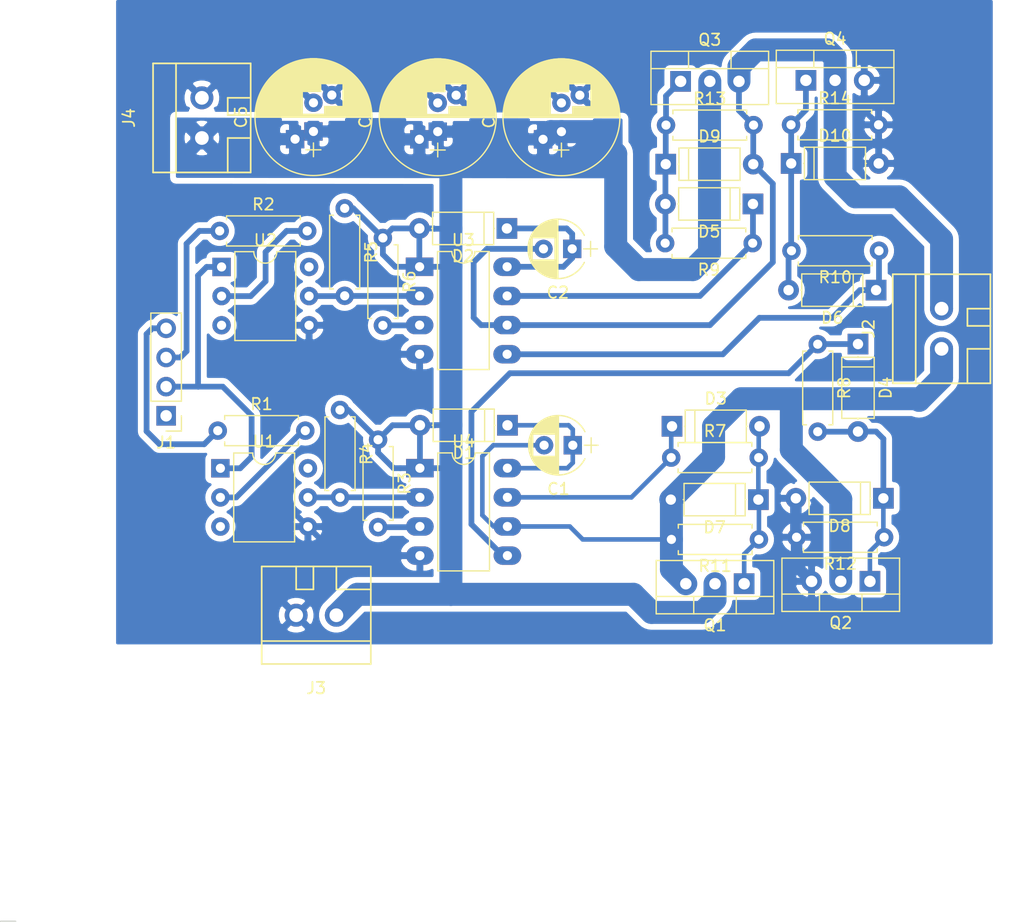
<source format=kicad_pcb>
(kicad_pcb (version 4) (host pcbnew 4.0.7)
  (layers (0 F.Cu signal) (31 B.Cu signal) (34 B.Paste user) (35 F.Paste user) (36 B.SilkS user) (37 F.SilkS user) (38 B.Mask user) (39 F.Mask user) (44 Edge.Cuts user))
  (net 0 "")
  (net 1 "Net-(C1-Pad1)")
  (net 2 "Net-(C1-Pad2)")
  (net 3 "Net-(C2-Pad1)")
  (net 4 "Net-(C2-Pad2)")
  (net 5 VCC)
  (net 6 GND)
  (net 7 GNDD)
  (net 8 "Net-(R1-Pad2)")
  (net 9 "Net-(R2-Pad2)")
  (net 10 "Net-(R3-Pad2)")
  (net 11 /IN1_H)
  (net 12 "Net-(U1-Pad3)")
  (net 13 "Net-(U1-Pad6)")
  (net 14 "Net-(U2-Pad3)")
  (net 15 "Net-(U2-Pad6)")
  (net 16 "Net-(D3-Pad1)")
  (net 17 "Net-(D3-Pad2)")
  (net 18 "Net-(D4-Pad1)")
  (net 19 "Net-(D4-Pad2)")
  (net 20 "Net-(D5-Pad1)")
  (net 21 "Net-(D5-Pad2)")
  (net 22 "Net-(D6-Pad1)")
  (net 23 +5V)
  (net 24 "Net-(J1-Pad3)")
  (net 25 "Net-(J1-Pad4)")
  (net 26 "Net-(R5-Pad2)")
  (net 27 "Net-(R6-Pad2)")
  (net 28 "Net-(D10-Pad1)")
  (module Capacitors_THT:CP_Radial_D5.0mm_P2.50mm (layer F.Cu) (at 128.5348 100.7618 180)
    (fp_text reference C1 (at 1.25 -3.81 180) (layer F.SilkS))
    (fp_text value CP_Small)
    (pad 1 thru_hole rect (at 0 0 180) (size 1.6 1.6) (drill 0.8) (layers *.Cu *.Mask) (net 1 "Net-(C1-Pad1)"))
    (pad 2 thru_hole circle (at 2.5 0 180) (size 1.6 1.6) (drill 0.8) (layers *.Cu *.Mask) (net 2 "Net-(C1-Pad2)"))
  )
  (module Capacitors_THT:CP_Radial_D5.0mm_P2.50mm (layer F.Cu) (at 128.484 83.6549 180)
    (fp_text reference C2 (at 1.25 -3.81 180) (layer F.SilkS))
    (fp_text value CP_Small)
    (pad 1 thru_hole rect (at 0 0 180) (size 1.6 1.6) (drill 0.8) (layers *.Cu *.Mask) (net 3 "Net-(C2-Pad1)"))
    (pad 2 thru_hole circle (at 2.5 0 180) (size 1.6 1.6) (drill 0.8) (layers *.Cu *.Mask) (net 4 "Net-(C2-Pad2)"))
  )
  (module Capacitors_THT:CP_Radial_D10.0mm_P2.50mm_P5.00mm (layer F.Cu) (at 116.7765 73.4422 90)
    (fp_text reference C3 (at 1.25 -6.31 90) (layer F.SilkS))
    (fp_text value CP)
    (pad 1 thru_hole rect (at 0 0 90) (size 1.6 1.6) (drill 0.8) (layers *.Cu *.Mask) (net 5 VCC))
    (pad 2 thru_hole circle (at 2.5 0 90) (size 1.6 1.6) (drill 0.8) (layers *.Cu *.Mask) (net 6 GND))
    (pad 1 thru_hole rect (at -0.670937 -1.6 90) (size 1.6 1.6) (drill 0.8) (layers *.Cu *.Mask) (net 5 VCC))
    (pad 2 thru_hole circle (at 3.170937 1.6 90) (size 1.6 1.6) (drill 0.8) (layers *.Cu *.Mask) (net 6 GND))
  )
  (module Capacitors_THT:CP_Radial_D10.0mm_P2.50mm_P5.00mm (layer F.Cu) (at 127.5461 73.4422 90)
    (fp_text reference C4 (at 1.25 -6.31 90) (layer F.SilkS))
    (fp_text value CP)
    (pad 1 thru_hole rect (at 0 0 90) (size 1.6 1.6) (drill 0.8) (layers *.Cu *.Mask) (net 5 VCC))
    (pad 2 thru_hole circle (at 2.5 0 90) (size 1.6 1.6) (drill 0.8) (layers *.Cu *.Mask) (net 6 GND))
    (pad 1 thru_hole rect (at -0.670937 -1.6 90) (size 1.6 1.6) (drill 0.8) (layers *.Cu *.Mask) (net 5 VCC))
    (pad 2 thru_hole circle (at 3.170937 1.6 90) (size 1.6 1.6) (drill 0.8) (layers *.Cu *.Mask) (net 6 GND))
  )
  (module Capacitors_THT:CP_Radial_D10.0mm_P2.50mm_P5.00mm (layer F.Cu) (at 105.9563 73.427337 90)
    (fp_text reference C5 (at 1.25 -6.31 90) (layer F.SilkS))
    (fp_text value CP)
    (pad 1 thru_hole rect (at 0 0 90) (size 1.6 1.6) (drill 0.8) (layers *.Cu *.Mask) (net 5 VCC))
    (pad 2 thru_hole circle (at 2.5 0 90) (size 1.6 1.6) (drill 0.8) (layers *.Cu *.Mask) (net 6 GND))
    (pad 1 thru_hole rect (at -0.670937 -1.6 90) (size 1.6 1.6) (drill 0.8) (layers *.Cu *.Mask) (net 5 VCC))
    (pad 2 thru_hole circle (at 3.170937 1.6 90) (size 1.6 1.6) (drill 0.8) (layers *.Cu *.Mask) (net 6 GND))
  )
  (module Diodes_THT:D_A-405_P7.62mm_Horizontal (layer F.Cu) (at 122.8471 99.0219 180)
    (fp_text reference D1 (at 3.81 -2.41 180) (layer F.SilkS))
    (fp_text value D)
    (pad 1 thru_hole rect (at 0 0 180) (size 1.8 1.8) (drill 0.9) (layers *.Cu *.Mask) (net 1 "Net-(C1-Pad1)"))
    (pad 2 thru_hole oval (at 7.62 0 180) (size 1.8 1.8) (drill 0.9) (layers *.Cu *.Mask) (net 5 VCC))
  )
  (module Diodes_THT:D_A-405_P7.62mm_Horizontal (layer F.Cu) (at 122.7963 81.8769 180)
    (fp_text reference D2 (at 3.81 -2.41 180) (layer F.SilkS))
    (fp_text value D)
    (pad 1 thru_hole rect (at 0 0 180) (size 1.8 1.8) (drill 0.9) (layers *.Cu *.Mask) (net 3 "Net-(C2-Pad1)"))
    (pad 2 thru_hole oval (at 7.62 0 180) (size 1.8 1.8) (drill 0.9) (layers *.Cu *.Mask) (net 5 VCC))
  )
  (module Diodes_THT:D_A-405_P7.62mm_Horizontal (layer F.Cu) (at 137.1727 99.1108)
    (fp_text reference D3 (at 3.81 -2.41) (layer F.SilkS))
    (fp_text value D)
    (pad 1 thru_hole rect (at 0 0) (size 1.8 1.8) (drill 0.9) (layers *.Cu *.Mask) (net 16 "Net-(D3-Pad1)"))
    (pad 2 thru_hole oval (at 7.62 0) (size 1.8 1.8) (drill 0.9) (layers *.Cu *.Mask) (net 17 "Net-(D3-Pad2)"))
  )
  (module Diodes_THT:D_A-405_P7.62mm_Horizontal (layer F.Cu) (at 153.3652 91.948 270)
    (fp_text reference D4 (at 3.81 -2.41 270) (layer F.SilkS))
    (fp_text value D)
    (pad 1 thru_hole rect (at 0 0 270) (size 1.8 1.8) (drill 0.9) (layers *.Cu *.Mask) (net 18 "Net-(D4-Pad1)"))
    (pad 2 thru_hole oval (at 7.62 0 270) (size 1.8 1.8) (drill 0.9) (layers *.Cu *.Mask) (net 19 "Net-(D4-Pad2)"))
  )
  (module Diodes_THT:D_A-405_P7.62mm_Horizontal (layer F.Cu) (at 144.2212 79.7433 180)
    (fp_text reference D5 (at 3.81 -2.41 180) (layer F.SilkS))
    (fp_text value D)
    (pad 1 thru_hole rect (at 0 0 180) (size 1.8 1.8) (drill 0.9) (layers *.Cu *.Mask) (net 20 "Net-(D5-Pad1)"))
    (pad 2 thru_hole oval (at 7.62 0 180) (size 1.8 1.8) (drill 0.9) (layers *.Cu *.Mask) (net 21 "Net-(D5-Pad2)"))
  )
  (module Diodes_THT:D_A-405_P7.62mm_Horizontal (layer F.Cu) (at 154.94 87.249 180)
    (fp_text reference D6 (at 3.81 -2.41 180) (layer F.SilkS))
    (fp_text value D)
    (pad 1 thru_hole rect (at 0 0 180) (size 1.8 1.8) (drill 0.9) (layers *.Cu *.Mask) (net 22 "Net-(D6-Pad1)"))
    (pad 2 thru_hole oval (at 7.62 0 180) (size 1.8 1.8) (drill 0.9) (layers *.Cu *.Mask) (net 28 "Net-(D10-Pad1)"))
  )
  (module Pin_Headers:Pin_Header_Straight_1x04_Pitch2.54mm (layer F.Cu) (at 93.1291 98.1964 180)
    (fp_text reference J1 (at 0 -2.33 180) (layer F.SilkS))
    (fp_text value Conn_01x04)
    (pad 1 thru_hole rect (at 0 0 180) (size 1.7 1.7) (drill 1) (layers *.Cu *.Mask) (net 7 GNDD))
    (pad 2 thru_hole oval (at 0 2.54 180) (size 1.7 1.7) (drill 1) (layers *.Cu *.Mask) (net 23 +5V))
    (pad 3 thru_hole oval (at 0 5.08 180) (size 1.7 1.7) (drill 1) (layers *.Cu *.Mask) (net 24 "Net-(J1-Pad3)"))
    (pad 4 thru_hole oval (at 0 7.62 180) (size 1.7 1.7) (drill 1) (layers *.Cu *.Mask) (net 25 "Net-(J1-Pad4)"))
  )
  (module Connectors_WAGO:WAGO_734_2pin_Straight (layer F.Cu) (at 160.6423 90.6145 90)
    (fp_text reference J2 (at 0 -6.35 90) (layer F.SilkS))
    (fp_text value Screw_Terminal_01x02)
    (pad 2 thru_hole circle (at 1.75006 0 90) (size 1.99898 1.99898) (drill 1.19888) (layers *.Cu *.Mask) (net 4 "Net-(C2-Pad2)"))
    (pad 1 thru_hole circle (at -1.75006 0 90) (size 1.99898 1.99898) (drill 1.19888) (layers *.Cu *.Mask) (net 2 "Net-(C1-Pad2)"))
  )
  (module Connectors_WAGO:WAGO_734_2pin_Straight (layer F.Cu) (at 106.19994 115.57 180)
    (fp_text reference J3 (at 0 -6.35 180) (layer F.SilkS))
    (fp_text value Screw_Terminal_01x02)
    (pad 2 thru_hole circle (at 1.75006 0 180) (size 1.99898 1.99898) (drill 1.19888) (layers *.Cu *.Mask) (net 6 GND))
    (pad 1 thru_hole circle (at -1.75006 0 180) (size 1.99898 1.99898) (drill 1.19888) (layers *.Cu *.Mask) (net 5 VCC))
  )
  (module Connectors_WAGO:WAGO_734_2pin_Straight (layer F.Cu) (at 96.2406 72.24776 90)
    (fp_text reference J4 (at 0 -6.35 90) (layer F.SilkS))
    (fp_text value Screw_Terminal_01x02)
    (pad 2 thru_hole circle (at 1.75006 0 90) (size 1.99898 1.99898) (drill 1.19888) (layers *.Cu *.Mask) (net 6 GND))
    (pad 1 thru_hole circle (at -1.75006 0 90) (size 1.99898 1.99898) (drill 1.19888) (layers *.Cu *.Mask) (net 5 VCC))
  )
  (module TO_SOT_Packages_THT:TO-220-3_Vertical (layer F.Cu) (at 143.455698 112.825301 180)
    (fp_text reference Q1 (at 2.54 -3.62 180) (layer F.SilkS))
    (fp_text value IRF3205)
    (pad 1 thru_hole rect (at 0 0 180) (size 1.8 1.8) (drill 1) (layers *.Cu *.Mask) (net 17 "Net-(D3-Pad2)"))
    (pad 2 thru_hole oval (at 2.54 0 180) (size 1.8 1.8) (drill 1) (layers *.Cu *.Mask) (net 5 VCC))
    (pad 3 thru_hole oval (at 5.08 0 180) (size 1.8 1.8) (drill 1) (layers *.Cu *.Mask) (net 2 "Net-(C1-Pad2)"))
  )
  (module TO_SOT_Packages_THT:TO-220-3_Vertical (layer F.Cu) (at 154.403898 112.618901 180)
    (fp_text reference Q2 (at 2.54 -3.62 180) (layer F.SilkS))
    (fp_text value IRF3205)
    (pad 1 thru_hole rect (at 0 0 180) (size 1.8 1.8) (drill 1) (layers *.Cu *.Mask) (net 19 "Net-(D4-Pad2)"))
    (pad 2 thru_hole oval (at 2.54 0 180) (size 1.8 1.8) (drill 1) (layers *.Cu *.Mask) (net 2 "Net-(C1-Pad2)"))
    (pad 3 thru_hole oval (at 5.08 0 180) (size 1.8 1.8) (drill 1) (layers *.Cu *.Mask) (net 6 GND))
  )
  (module TO_SOT_Packages_THT:TO-220-3_Vertical (layer F.Cu) (at 137.922 69.0626)
    (fp_text reference Q3 (at 2.54 -3.62) (layer F.SilkS))
    (fp_text value IRF3205)
    (pad 1 thru_hole rect (at 0 0) (size 1.8 1.8) (drill 1) (layers *.Cu *.Mask) (net 21 "Net-(D5-Pad2)"))
    (pad 2 thru_hole oval (at 2.54 0) (size 1.8 1.8) (drill 1) (layers *.Cu *.Mask) (net 5 VCC))
    (pad 3 thru_hole oval (at 5.08 0) (size 1.8 1.8) (drill 1) (layers *.Cu *.Mask) (net 4 "Net-(C2-Pad2)"))
  )
  (module TO_SOT_Packages_THT:TO-220-3_Vertical (layer F.Cu) (at 148.8313 68.9737)
    (fp_text reference Q4 (at 2.54 -3.62) (layer F.SilkS))
    (fp_text value IRF3205)
    (pad 1 thru_hole rect (at 0 0) (size 1.8 1.8) (drill 1) (layers *.Cu *.Mask) (net 28 "Net-(D10-Pad1)"))
    (pad 2 thru_hole oval (at 2.54 0) (size 1.8 1.8) (drill 1) (layers *.Cu *.Mask) (net 4 "Net-(C2-Pad2)"))
    (pad 3 thru_hole oval (at 5.08 0) (size 1.8 1.8) (drill 1) (layers *.Cu *.Mask) (net 6 GND))
  )
  (module Resistors_THT:R_Axial_DIN0207_L6.3mm_D2.5mm_P7.62mm_Horizontal (layer F.Cu) (at 97.6249 99.4918)
    (fp_text reference R1 (at 3.81 -2.31) (layer F.SilkS))
    (fp_text value R)
    (pad 1 thru_hole circle (at 0 0) (size 1.6 1.6) (drill 0.8) (layers *.Cu *.Mask) (net 25 "Net-(J1-Pad4)"))
    (pad 2 thru_hole oval (at 7.62 0) (size 1.6 1.6) (drill 0.8) (layers *.Cu *.Mask) (net 8 "Net-(R1-Pad2)"))
  )
  (module Resistors_THT:R_Axial_DIN0207_L6.3mm_D2.5mm_P7.62mm_Horizontal (layer F.Cu) (at 97.79 82.0928)
    (fp_text reference R2 (at 3.81 -2.31) (layer F.SilkS))
    (fp_text value R)
    (pad 1 thru_hole circle (at 0 0) (size 1.6 1.6) (drill 0.8) (layers *.Cu *.Mask) (net 24 "Net-(J1-Pad3)"))
    (pad 2 thru_hole oval (at 7.62 0) (size 1.6 1.6) (drill 0.8) (layers *.Cu *.Mask) (net 9 "Net-(R2-Pad2)"))
  )
  (module Resistors_THT:R_Axial_DIN0207_L6.3mm_D2.5mm_P7.62mm_Horizontal (layer F.Cu) (at 111.5822 100.2792 270)
    (fp_text reference R3 (at 3.81 -2.31 270) (layer F.SilkS))
    (fp_text value R)
    (pad 1 thru_hole circle (at 0 0 270) (size 1.6 1.6) (drill 0.8) (layers *.Cu *.Mask) (net 5 VCC))
    (pad 2 thru_hole oval (at 7.62 0 270) (size 1.6 1.6) (drill 0.8) (layers *.Cu *.Mask) (net 10 "Net-(R3-Pad2)"))
  )
  (module Resistors_THT:R_Axial_DIN0207_L6.3mm_D2.5mm_P7.62mm_Horizontal (layer F.Cu) (at 108.2675 97.6884 270)
    (fp_text reference R4 (at 3.81 -2.31 270) (layer F.SilkS))
    (fp_text value R)
    (pad 1 thru_hole circle (at 0 0 270) (size 1.6 1.6) (drill 0.8) (layers *.Cu *.Mask) (net 5 VCC))
    (pad 2 thru_hole oval (at 7.62 0 270) (size 1.6 1.6) (drill 0.8) (layers *.Cu *.Mask) (net 11 /IN1_H))
  )
  (module Resistors_THT:R_Axial_DIN0207_L6.3mm_D2.5mm_P7.62mm_Horizontal (layer F.Cu) (at 108.6739 80.1243 270)
    (fp_text reference R5 (at 3.81 -2.31 270) (layer F.SilkS))
    (fp_text value R)
    (pad 1 thru_hole circle (at 0 0 270) (size 1.6 1.6) (drill 0.8) (layers *.Cu *.Mask) (net 5 VCC))
    (pad 2 thru_hole oval (at 7.62 0 270) (size 1.6 1.6) (drill 0.8) (layers *.Cu *.Mask) (net 26 "Net-(R5-Pad2)"))
  )
  (module Resistors_THT:R_Axial_DIN0207_L6.3mm_D2.5mm_P7.62mm_Horizontal (layer F.Cu) (at 112.0013 82.7024 270)
    (fp_text reference R6 (at 3.81 -2.31 270) (layer F.SilkS))
    (fp_text value R)
    (pad 1 thru_hole circle (at 0 0 270) (size 1.6 1.6) (drill 0.8) (layers *.Cu *.Mask) (net 5 VCC))
    (pad 2 thru_hole oval (at 7.62 0 270) (size 1.6 1.6) (drill 0.8) (layers *.Cu *.Mask) (net 27 "Net-(R6-Pad2)"))
  )
  (module Resistors_THT:R_Axial_DIN0207_L6.3mm_D2.5mm_P7.62mm_Horizontal (layer F.Cu) (at 137.102702 101.840799)
    (fp_text reference R7 (at 3.81 -2.31) (layer F.SilkS))
    (fp_text value R)
    (pad 1 thru_hole circle (at 0 0) (size 1.6 1.6) (drill 0.8) (layers *.Cu *.Mask) (net 16 "Net-(D3-Pad1)"))
    (pad 2 thru_hole oval (at 7.62 0) (size 1.6 1.6) (drill 0.8) (layers *.Cu *.Mask) (net 17 "Net-(D3-Pad2)"))
  )
  (module Resistors_THT:R_Axial_DIN0207_L6.3mm_D2.5mm_P7.62mm_Horizontal (layer F.Cu) (at 149.86 91.9607 270)
    (fp_text reference R8 (at 3.81 -2.31 270) (layer F.SilkS))
    (fp_text value R)
    (pad 1 thru_hole circle (at 0 0 270) (size 1.6 1.6) (drill 0.8) (layers *.Cu *.Mask) (net 18 "Net-(D4-Pad1)"))
    (pad 2 thru_hole oval (at 7.62 0 270) (size 1.6 1.6) (drill 0.8) (layers *.Cu *.Mask) (net 19 "Net-(D4-Pad2)"))
  )
  (module Resistors_THT:R_Axial_DIN0207_L6.3mm_D2.5mm_P7.62mm_Horizontal (layer F.Cu) (at 144.1958 83.1596 180)
    (fp_text reference R9 (at 3.81 -2.31 180) (layer F.SilkS))
    (fp_text value R)
    (pad 1 thru_hole circle (at 0 0 180) (size 1.6 1.6) (drill 0.8) (layers *.Cu *.Mask) (net 20 "Net-(D5-Pad1)"))
    (pad 2 thru_hole oval (at 7.62 0 180) (size 1.6 1.6) (drill 0.8) (layers *.Cu *.Mask) (net 21 "Net-(D5-Pad2)"))
  )
  (module Resistors_THT:R_Axial_DIN0207_L6.3mm_D2.5mm_P7.62mm_Horizontal (layer F.Cu) (at 155.194 83.82 180)
    (fp_text reference R10 (at 3.81 -2.31 180) (layer F.SilkS))
    (fp_text value R)
    (pad 1 thru_hole circle (at 0 0 180) (size 1.6 1.6) (drill 0.8) (layers *.Cu *.Mask) (net 22 "Net-(D6-Pad1)"))
    (pad 2 thru_hole oval (at 7.62 0 180) (size 1.6 1.6) (drill 0.8) (layers *.Cu *.Mask) (net 28 "Net-(D10-Pad1)"))
  )
  (module Resistors_THT:R_Axial_DIN0207_L6.3mm_D2.5mm_P7.62mm_Horizontal (layer F.Cu) (at 144.7419 108.966 180)
    (fp_text reference R11 (at 3.81 -2.31 180) (layer F.SilkS))
    (fp_text value R_Small)
    (pad 1 thru_hole circle (at 0 0 180) (size 1.6 1.6) (drill 0.8) (layers *.Cu *.Mask) (net 17 "Net-(D3-Pad2)"))
    (pad 2 thru_hole oval (at 7.62 0 180) (size 1.6 1.6) (drill 0.8) (layers *.Cu *.Mask) (net 2 "Net-(C1-Pad2)"))
  )
  (module Resistors_THT:R_Axial_DIN0207_L6.3mm_D2.5mm_P7.62mm_Horizontal (layer F.Cu) (at 155.6385 108.7755 180)
    (fp_text reference R12 (at 3.81 -2.31 180) (layer F.SilkS))
    (fp_text value R_Small)
    (pad 1 thru_hole circle (at 0 0 180) (size 1.6 1.6) (drill 0.8) (layers *.Cu *.Mask) (net 19 "Net-(D4-Pad2)"))
    (pad 2 thru_hole oval (at 7.62 0 180) (size 1.6 1.6) (drill 0.8) (layers *.Cu *.Mask) (net 6 GND))
  )
  (module Resistors_THT:R_Axial_DIN0207_L6.3mm_D2.5mm_P7.62mm_Horizontal (layer F.Cu) (at 136.652 72.8726)
    (fp_text reference R13 (at 3.81 -2.31) (layer F.SilkS))
    (fp_text value R_Small)
    (pad 1 thru_hole circle (at 0 0) (size 1.6 1.6) (drill 0.8) (layers *.Cu *.Mask) (net 21 "Net-(D5-Pad2)"))
    (pad 2 thru_hole oval (at 7.62 0) (size 1.6 1.6) (drill 0.8) (layers *.Cu *.Mask) (net 4 "Net-(C2-Pad2)"))
  )
  (module Resistors_THT:R_Axial_DIN0207_L6.3mm_D2.5mm_P7.62mm_Horizontal (layer F.Cu) (at 147.5359 72.8472)
    (fp_text reference R14 (at 3.81 -2.31) (layer F.SilkS))
    (fp_text value R_Small)
    (pad 1 thru_hole circle (at 0 0) (size 1.6 1.6) (drill 0.8) (layers *.Cu *.Mask) (net 28 "Net-(D10-Pad1)"))
    (pad 2 thru_hole oval (at 7.62 0) (size 1.6 1.6) (drill 0.8) (layers *.Cu *.Mask) (net 6 GND))
  )
  (module Housings_DIP:DIP-6_W7.62mm (layer F.Cu) (at 97.8535 102.7684)
    (fp_text reference U1 (at 3.81 -2.33) (layer F.SilkS))
    (fp_text value 4N25)
    (pad 1 thru_hole rect (at 0 0) (size 1.6 1.6) (drill 0.8) (layers *.Cu *.Mask) (net 23 +5V))
    (pad 4 thru_hole oval (at 7.62 5.08) (size 1.6 1.6) (drill 0.8) (layers *.Cu *.Mask) (net 6 GND))
    (pad 2 thru_hole oval (at 0 2.54) (size 1.6 1.6) (drill 0.8) (layers *.Cu *.Mask) (net 8 "Net-(R1-Pad2)"))
    (pad 5 thru_hole oval (at 7.62 2.54) (size 1.6 1.6) (drill 0.8) (layers *.Cu *.Mask) (net 11 /IN1_H))
    (pad 3 thru_hole oval (at 0 5.08) (size 1.6 1.6) (drill 0.8) (layers *.Cu *.Mask) (net 12 "Net-(U1-Pad3)"))
    (pad 6 thru_hole oval (at 7.62 0) (size 1.6 1.6) (drill 0.8) (layers *.Cu *.Mask) (net 13 "Net-(U1-Pad6)"))
  )
  (module Housings_DIP:DIP-6_W7.62mm (layer F.Cu) (at 97.9551 85.2297)
    (fp_text reference U2 (at 3.81 -2.33) (layer F.SilkS))
    (fp_text value 4N25)
    (pad 1 thru_hole rect (at 0 0) (size 1.6 1.6) (drill 0.8) (layers *.Cu *.Mask) (net 23 +5V))
    (pad 4 thru_hole oval (at 7.62 5.08) (size 1.6 1.6) (drill 0.8) (layers *.Cu *.Mask) (net 6 GND))
    (pad 2 thru_hole oval (at 0 2.54) (size 1.6 1.6) (drill 0.8) (layers *.Cu *.Mask) (net 9 "Net-(R2-Pad2)"))
    (pad 5 thru_hole oval (at 7.62 2.54) (size 1.6 1.6) (drill 0.8) (layers *.Cu *.Mask) (net 26 "Net-(R5-Pad2)"))
    (pad 3 thru_hole oval (at 0 5.08) (size 1.6 1.6) (drill 0.8) (layers *.Cu *.Mask) (net 14 "Net-(U2-Pad3)"))
    (pad 6 thru_hole oval (at 7.62 0) (size 1.6 1.6) (drill 0.8) (layers *.Cu *.Mask) (net 15 "Net-(U2-Pad6)"))
  )
  (module Housings_DIP:DIP-8_W7.62mm_LongPads (layer F.Cu) (at 115.197102 85.216399)
    (fp_text reference U3 (at 3.81 -2.33) (layer F.SilkS))
    (fp_text value IR2104)
    (pad 1 thru_hole rect (at 0 0) (size 2.4 1.6) (drill 0.8) (layers *.Cu *.Mask) (net 5 VCC))
    (pad 5 thru_hole oval (at 7.62 7.62) (size 2.4 1.6) (drill 0.8) (layers *.Cu *.Mask) (net 22 "Net-(D6-Pad1)"))
    (pad 2 thru_hole oval (at 0 2.54) (size 2.4 1.6) (drill 0.8) (layers *.Cu *.Mask) (net 26 "Net-(R5-Pad2)"))
    (pad 6 thru_hole oval (at 7.62 5.08) (size 2.4 1.6) (drill 0.8) (layers *.Cu *.Mask) (net 4 "Net-(C2-Pad2)"))
    (pad 3 thru_hole oval (at 0 5.08) (size 2.4 1.6) (drill 0.8) (layers *.Cu *.Mask) (net 27 "Net-(R6-Pad2)"))
    (pad 7 thru_hole oval (at 7.62 2.54) (size 2.4 1.6) (drill 0.8) (layers *.Cu *.Mask) (net 20 "Net-(D5-Pad1)"))
    (pad 4 thru_hole oval (at 0 7.62) (size 2.4 1.6) (drill 0.8) (layers *.Cu *.Mask) (net 6 GND))
    (pad 8 thru_hole oval (at 7.62 0) (size 2.4 1.6) (drill 0.8) (layers *.Cu *.Mask) (net 3 "Net-(C2-Pad1)"))
  )
  (module Housings_DIP:DIP-8_W7.62mm_LongPads (layer F.Cu) (at 115.222202 102.759199)
    (fp_text reference U4 (at 3.81 -2.33) (layer F.SilkS))
    (fp_text value IR2104)
    (pad 1 thru_hole rect (at 0 0) (size 2.4 1.6) (drill 0.8) (layers *.Cu *.Mask) (net 5 VCC))
    (pad 5 thru_hole oval (at 7.62 7.62) (size 2.4 1.6) (drill 0.8) (layers *.Cu *.Mask) (net 18 "Net-(D4-Pad1)"))
    (pad 2 thru_hole oval (at 0 2.54) (size 2.4 1.6) (drill 0.8) (layers *.Cu *.Mask) (net 11 /IN1_H))
    (pad 6 thru_hole oval (at 7.62 5.08) (size 2.4 1.6) (drill 0.8) (layers *.Cu *.Mask) (net 2 "Net-(C1-Pad2)"))
    (pad 3 thru_hole oval (at 0 5.08) (size 2.4 1.6) (drill 0.8) (layers *.Cu *.Mask) (net 10 "Net-(R3-Pad2)"))
    (pad 7 thru_hole oval (at 7.62 2.54) (size 2.4 1.6) (drill 0.8) (layers *.Cu *.Mask) (net 16 "Net-(D3-Pad1)"))
    (pad 4 thru_hole oval (at 0 7.62) (size 2.4 1.6) (drill 0.8) (layers *.Cu *.Mask) (net 6 GND))
    (pad 8 thru_hole oval (at 7.62 0) (size 2.4 1.6) (drill 0.8) (layers *.Cu *.Mask) (net 1 "Net-(C1-Pad1)"))
  )
  (module Diodes_THT:D_A-405_P7.62mm_Horizontal (layer F.Cu) (at 144.6911 105.4989 180)
    (fp_text reference D7 (at 3.81 -2.41 180) (layer F.SilkS))
    (fp_text value D_Zener_Small)
    (pad 1 thru_hole rect (at 0 0 180) (size 1.8 1.8) (drill 0.9) (layers *.Cu *.Mask) (net 17 "Net-(D3-Pad2)"))
    (pad 2 thru_hole oval (at 7.62 0 180) (size 1.8 1.8) (drill 0.9) (layers *.Cu *.Mask) (net 2 "Net-(C1-Pad2)"))
  )
  (module Diodes_THT:D_A-405_P7.62mm_Horizontal (layer F.Cu) (at 155.575 105.3846 180)
    (fp_text reference D8 (at 3.81 -2.41 180) (layer F.SilkS))
    (fp_text value D_Zener_Small)
    (pad 1 thru_hole rect (at 0 0 180) (size 1.8 1.8) (drill 0.9) (layers *.Cu *.Mask) (net 19 "Net-(D4-Pad2)"))
    (pad 2 thru_hole oval (at 7.62 0 180) (size 1.8 1.8) (drill 0.9) (layers *.Cu *.Mask) (net 6 GND))
  )
  (module Diodes_THT:D_A-405_P7.62mm_Horizontal (layer F.Cu) (at 136.6266 76.2762)
    (fp_text reference D9 (at 3.81 -2.41) (layer F.SilkS))
    (fp_text value D_Zener_Small)
    (pad 1 thru_hole rect (at 0 0) (size 1.8 1.8) (drill 0.9) (layers *.Cu *.Mask) (net 21 "Net-(D5-Pad2)"))
    (pad 2 thru_hole oval (at 7.62 0) (size 1.8 1.8) (drill 0.9) (layers *.Cu *.Mask) (net 4 "Net-(C2-Pad2)"))
  )
  (module Diodes_THT:D_A-405_P7.62mm_Horizontal (layer F.Cu) (at 147.5486 76.2127)
    (fp_text reference D10 (at 3.81 -2.41) (layer F.SilkS))
    (fp_text value D_Zener_Small)
    (pad 1 thru_hole rect (at 0 0) (size 1.8 1.8) (drill 0.9) (layers *.Cu *.Mask) (net 28 "Net-(D10-Pad1)"))
    (pad 2 thru_hole oval (at 7.62 0) (size 1.8 1.8) (drill 0.9) (layers *.Cu *.Mask) (net 6 GND))
  )
  (gr_line (start 78.74 142.24) (end 80.01 142.24) (angle 90) (layer Edge.Cuts) (width 0.15))
  (segment (start 128.063301 102.759199) (end 128.5348 102.2877) (width 0.4) (layer B.Cu) (net 1))
  (segment (start 128.5348 102.2877) (end 128.5348 100.7618) (width 0.4) (layer B.Cu) (net 1))
  (segment (start 122.842202 102.759199) (end 128.063301 102.759199) (width 0.4) (layer B.Cu) (net 1))
  (segment (start 128.1684 99.0219) (end 128.5348 99.3883) (width 0.4) (layer B.Cu) (net 1))
  (segment (start 128.5348 99.3883) (end 128.5348 100.7618) (width 0.4) (layer B.Cu) (net 1))
  (segment (start 122.8471 99.0219) (end 128.1684 99.0219) (width 0.4) (layer B.Cu) (net 1))
  (segment (start 126.0348 100.7618) (end 121.62096 100.7618) (width 0.4) (layer B.Cu) (net 2))
  (segment (start 121.62096 100.7618) (end 120.660904 101.721856) (width 0.4) (layer B.Cu) (net 2))
  (segment (start 120.660904 101.721856) (end 120.660904 106.857407) (width 0.4) (layer B.Cu) (net 2))
  (segment (start 120.660904 106.857407) (end 121.642696 107.839199) (width 0.4) (layer B.Cu) (net 2))
  (segment (start 121.642696 107.839199) (end 122.842202 107.839199) (width 0.4) (layer B.Cu) (net 2))
  (segment (start 158.547099 96.710799) (end 147.447 96.710799) (width 2) (layer B.Cu) (net 2))
  (segment (start 151.863898 105.458098) (end 147.559999 101.154199) (width 2) (layer B.Cu) (net 2))
  (segment (start 147.447 96.710799) (end 143.204901 96.710799) (width 2) (layer B.Cu) (net 2))
  (segment (start 147.559999 101.154199) (end 147.559999 96.823798) (width 2) (layer B.Cu) (net 2))
  (segment (start 147.559999 96.823798) (end 147.447 96.710799) (width 2) (layer B.Cu) (net 2))
  (segment (start 151.863898 112.618901) (end 151.863898 105.458098) (width 2) (layer B.Cu) (net 2))
  (segment (start 137.1219 108.966) (end 137.1219 111.571503) (width 2) (layer B.Cu) (net 2))
  (segment (start 137.1219 111.571503) (end 138.375698 112.825301) (width 2) (layer B.Cu) (net 2))
  (segment (start 137.1219 108.966) (end 137.1219 105.5497) (width 2) (layer B.Cu) (net 2))
  (segment (start 137.1219 105.5497) (end 137.0711 105.4989) (width 2) (layer B.Cu) (net 2))
  (segment (start 140.7922 99.1235) (end 140.7922 101.7778) (width 2) (layer B.Cu) (net 2))
  (segment (start 140.7922 101.7778) (end 137.0711 105.4989) (width 2) (layer B.Cu) (net 2))
  (segment (start 143.204901 96.710799) (end 140.7922 99.1235) (width 2) (layer B.Cu) (net 2))
  (segment (start 158.6865 96.8502) (end 158.547099 96.710799) (width 2) (layer B.Cu) (net 2))
  (segment (start 160.6423 94.8944) (end 158.6865 96.8502) (width 2) (layer B.Cu) (net 2))
  (segment (start 160.6423 92.36456) (end 160.6423 94.8944) (width 2) (layer B.Cu) (net 2))
  (segment (start 129.4003 108.966) (end 128.273499 107.839199) (width 0.4) (layer B.Cu) (net 2))
  (segment (start 128.273499 107.839199) (end 122.842202 107.839199) (width 0.4) (layer B.Cu) (net 2))
  (segment (start 137.1219 108.966) (end 129.4003 108.966) (width 0.4) (layer B.Cu) (net 2))
  (segment (start 122.817102 85.216399) (end 127.718217 85.216399) (width 0.5) (layer B.Cu) (net 3))
  (segment (start 127.718217 85.216399) (end 128.484 84.450616) (width 0.5) (layer B.Cu) (net 3))
  (segment (start 128.484 84.450616) (end 128.484 83.6549) (width 0.5) (layer B.Cu) (net 3))
  (segment (start 122.7963 81.8769) (end 128.006 81.8769) (width 0.5) (layer B.Cu) (net 3))
  (segment (start 128.006 81.8769) (end 128.484 82.3549) (width 0.5) (layer B.Cu) (net 3))
  (segment (start 128.484 82.3549) (end 128.484 83.6549) (width 0.5) (layer B.Cu) (net 3))
  (segment (start 125.984 83.6549) (end 121.065614 83.6549) (width 0.5) (layer B.Cu) (net 4))
  (segment (start 121.065614 83.6549) (end 119.904044 84.81647) (width 0.5) (layer B.Cu) (net 4))
  (segment (start 119.904044 84.81647) (end 119.904044 89.648925) (width 0.5) (layer B.Cu) (net 4))
  (segment (start 119.904044 89.648925) (end 120.551518 90.296399) (width 0.5) (layer B.Cu) (net 4))
  (segment (start 120.551518 90.296399) (end 122.817102 90.296399) (width 0.5) (layer B.Cu) (net 4))
  (segment (start 122.817102 90.296399) (end 140.475301 90.296399) (width 0.5) (layer B.Cu) (net 4))
  (segment (start 145.146599 77.176199) (end 144.2466 76.2762) (width 0.5) (layer B.Cu) (net 4))
  (segment (start 140.475301 90.296399) (end 145.949399 84.822301) (width 0.5) (layer B.Cu) (net 4))
  (segment (start 145.949399 84.822301) (end 145.949399 77.978999) (width 0.5) (layer B.Cu) (net 4))
  (segment (start 145.949399 77.978999) (end 145.146599 77.176199) (width 0.5) (layer B.Cu) (net 4))
  (segment (start 143.002 69.0626) (end 143.002 67.789808) (width 2) (layer B.Cu) (net 4))
  (segment (start 143.002 67.789808) (end 144.470628 66.32118) (width 2) (layer B.Cu) (net 4))
  (segment (start 144.470628 66.32118) (end 150.678782 66.32118) (width 2) (layer B.Cu) (net 4))
  (segment (start 150.678782 66.32118) (end 151.3713 67.013698) (width 2) (layer B.Cu) (net 4))
  (segment (start 151.3713 67.013698) (end 151.3713 68.9737) (width 2) (layer B.Cu) (net 4))
  (segment (start 156.945299 79.119699) (end 160.6423 82.8167) (width 2) (layer B.Cu) (net 4))
  (segment (start 160.6423 82.8167) (end 160.6423 88.86444) (width 2) (layer B.Cu) (net 4))
  (segment (start 151.3713 77.3557) (end 153.135299 79.119699) (width 2) (layer B.Cu) (net 4))
  (segment (start 153.135299 79.119699) (end 156.945299 79.119699) (width 2) (layer B.Cu) (net 4))
  (segment (start 151.3713 68.9737) (end 151.3713 77.3557) (width 2) (layer B.Cu) (net 4))
  (segment (start 144.2466 76.2762) (end 144.2466 72.898) (width 0.5) (layer B.Cu) (net 4))
  (segment (start 144.2466 72.898) (end 144.272 72.8726) (width 0.5) (layer B.Cu) (net 4))
  (segment (start 143.002 69.0626) (end 143.002 71.6026) (width 0.5) (layer B.Cu) (net 4))
  (segment (start 143.002 71.6026) (end 144.272 72.8726) (width 0.5) (layer B.Cu) (net 4))
  (segment (start 139.81769 115.32531) (end 140.915698 114.227302) (width 2) (layer B.Cu) (net 5))
  (segment (start 140.915698 114.227302) (end 140.915698 112.825301) (width 2) (layer B.Cu) (net 5))
  (segment (start 135.39131 115.32531) (end 139.81769 115.32531) (width 2) (layer B.Cu) (net 5))
  (segment (start 135.39131 115.32531) (end 133.815303 113.749303) (width 2) (layer B.Cu) (net 5))
  (segment (start 117.922212 113.749303) (end 133.815303 113.749303) (width 2) (layer B.Cu) (net 5))
  (segment (start 107.95 115.57) (end 109.770697 113.749303) (width 2) (layer B.Cu) (net 5))
  (segment (start 109.770697 113.749303) (end 117.922212 113.749303) (width 2) (layer B.Cu) (net 5))
  (segment (start 117.922212 113.749303) (end 117.922212 102.6287) (width 2) (layer B.Cu) (net 5))
  (segment (start 115.1763 81.8769) (end 112.8268 81.8769) (width 0.5) (layer B.Cu) (net 5))
  (segment (start 112.8268 81.8769) (end 112.0013 82.7024) (width 0.5) (layer B.Cu) (net 5))
  (segment (start 115.2271 99.0219) (end 112.8395 99.0219) (width 0.5) (layer B.Cu) (net 5))
  (segment (start 112.8395 99.0219) (end 111.5822 100.2792) (width 0.5) (layer B.Cu) (net 5))
  (segment (start 117.922212 102.6287) (end 117.922212 99.0092) (width 2) (layer B.Cu) (net 5))
  (segment (start 117.922212 99.0092) (end 117.922212 85.1662) (width 2) (layer B.Cu) (net 5))
  (segment (start 115.2271 99.0219) (end 116.499892 99.0219) (width 0.5) (layer B.Cu) (net 5))
  (segment (start 116.499892 99.0219) (end 116.512592 99.0092) (width 0.5) (layer B.Cu) (net 5))
  (segment (start 116.512592 99.0092) (end 117.922212 99.0092) (width 0.5) (layer B.Cu) (net 5))
  (segment (start 115.222202 102.759199) (end 117.791713 102.759199) (width 0.5) (layer B.Cu) (net 5))
  (segment (start 117.791713 102.759199) (end 117.922212 102.6287) (width 0.5) (layer B.Cu) (net 5))
  (segment (start 117.922212 85.1662) (end 117.922212 81.9023) (width 2) (layer B.Cu) (net 5))
  (segment (start 115.197102 85.216399) (end 117.872013 85.216399) (width 0.5) (layer B.Cu) (net 5))
  (segment (start 117.872013 85.216399) (end 117.922212 85.1662) (width 0.5) (layer B.Cu) (net 5))
  (segment (start 117.922212 81.9023) (end 117.922212 76.717988) (width 2) (layer B.Cu) (net 5))
  (segment (start 115.1763 81.8769) (end 116.449092 81.8769) (width 0.5) (layer B.Cu) (net 5))
  (segment (start 116.449092 81.8769) (end 116.474492 81.9023) (width 0.5) (layer B.Cu) (net 5))
  (segment (start 116.474492 81.9023) (end 117.922212 81.9023) (width 0.5) (layer B.Cu) (net 5))
  (segment (start 115.1763 81.8769) (end 115.1763 85.195597) (width 0.5) (layer B.Cu) (net 5))
  (segment (start 115.1763 85.195597) (end 115.197102 85.216399) (width 0.5) (layer B.Cu) (net 5))
  (segment (start 108.6739 80.1243) (end 109.4232 80.1243) (width 0.5) (layer B.Cu) (net 5))
  (segment (start 109.4232 80.1243) (end 112.0013 82.7024) (width 0.5) (layer B.Cu) (net 5))
  (segment (start 112.0013 84.1375) (end 113.080199 85.216399) (width 0.5) (layer B.Cu) (net 5))
  (segment (start 113.080199 85.216399) (end 115.197102 85.216399) (width 0.5) (layer B.Cu) (net 5))
  (segment (start 112.0013 82.7024) (end 112.0013 84.1375) (width 0.5) (layer B.Cu) (net 5))
  (segment (start 127.5461 73.4422) (end 126.617037 73.4422) (width 2) (layer B.Cu) (net 5))
  (segment (start 126.617037 73.4422) (end 125.9461 74.113137) (width 2) (layer B.Cu) (net 5))
  (segment (start 140.462 69.0626) (end 140.462 71.022602) (width 2) (layer B.Cu) (net 5))
  (segment (start 140.462 71.022602) (end 140.4366 71.048002) (width 2) (layer B.Cu) (net 5))
  (segment (start 134.278401 85.459601) (end 132.2705 83.4517) (width 2) (layer B.Cu) (net 5))
  (segment (start 140.4366 71.048002) (end 140.4366 84.0105) (width 2) (layer B.Cu) (net 5))
  (segment (start 140.4366 84.0105) (end 138.987499 85.459601) (width 2) (layer B.Cu) (net 5))
  (segment (start 138.987499 85.459601) (end 134.278401 85.459601) (width 2) (layer B.Cu) (net 5))
  (segment (start 132.2705 83.4517) (end 132.2705 75.3666) (width 2) (layer B.Cu) (net 5))
  (segment (start 132.2705 75.3666) (end 130.3461 73.4422) (width 2) (layer B.Cu) (net 5))
  (segment (start 130.3461 73.4422) (end 127.5461 73.4422) (width 2) (layer B.Cu) (net 5))
  (segment (start 108.2675 97.6884) (end 108.9914 97.6884) (width 0.5) (layer B.Cu) (net 5))
  (segment (start 108.9914 97.6884) (end 111.5822 100.2792) (width 0.5) (layer B.Cu) (net 5))
  (segment (start 111.5822 100.2792) (end 111.5822 101.41057) (width 0.5) (layer B.Cu) (net 5))
  (segment (start 111.5822 101.41057) (end 112.930829 102.759199) (width 0.5) (layer B.Cu) (net 5))
  (segment (start 112.930829 102.759199) (end 113.522202 102.759199) (width 0.5) (layer B.Cu) (net 5))
  (segment (start 113.522202 102.759199) (end 115.222202 102.759199) (width 0.5) (layer B.Cu) (net 5))
  (segment (start 115.2271 99.0219) (end 115.2271 102.754301) (width 0.5) (layer B.Cu) (net 5))
  (segment (start 115.2271 102.754301) (end 115.222202 102.759199) (width 0.5) (layer B.Cu) (net 5))
  (segment (start 105.5751 90.3097) (end 108.499456 90.3097) (width 0.5) (layer B.Cu) (net 6))
  (segment (start 108.499456 90.3097) (end 111.026155 92.836399) (width 0.5) (layer B.Cu) (net 6))
  (segment (start 111.026155 92.836399) (end 115.197102 92.836399) (width 0.5) (layer B.Cu) (net 6))
  (segment (start 103.923499 106.298399) (end 103.923499 102.024399) (width 0.5) (layer B.Cu) (net 6))
  (segment (start 105.4735 107.8484) (end 103.923499 106.298399) (width 0.5) (layer B.Cu) (net 6))
  (segment (start 103.923499 102.024399) (end 104.729499 101.218399) (width 0.5) (layer B.Cu) (net 6))
  (segment (start 104.729499 101.218399) (end 105.812303 101.218399) (width 0.5) (layer B.Cu) (net 6))
  (segment (start 105.5751 91.44107) (end 105.5751 90.3097) (width 0.5) (layer B.Cu) (net 6))
  (segment (start 105.812303 101.218399) (end 106.794901 100.235801) (width 0.5) (layer B.Cu) (net 6))
  (segment (start 106.794901 100.235801) (end 106.794901 98.509803) (width 0.5) (layer B.Cu) (net 6))
  (segment (start 106.794901 98.509803) (end 105.5751 97.290002) (width 0.5) (layer B.Cu) (net 6))
  (segment (start 105.5751 97.290002) (end 105.5751 91.44107) (width 0.5) (layer B.Cu) (net 6))
  (segment (start 155.1559 72.8472) (end 155.1559 76.2) (width 0.5) (layer B.Cu) (net 6))
  (segment (start 155.1559 76.2) (end 155.1686 76.2127) (width 0.5) (layer B.Cu) (net 6))
  (segment (start 153.9113 68.9737) (end 153.9113 71.6026) (width 0.5) (layer B.Cu) (net 6))
  (segment (start 153.9113 71.6026) (end 155.1559 72.8472) (width 0.5) (layer B.Cu) (net 6))
  (segment (start 115.222202 110.379199) (end 108.004299 110.379199) (width 0.5) (layer B.Cu) (net 6))
  (segment (start 108.004299 110.379199) (end 105.4735 107.8484) (width 0.5) (layer B.Cu) (net 6))
  (segment (start 147.955 105.3846) (end 147.955 108.712) (width 1) (layer B.Cu) (net 6))
  (segment (start 147.955 108.712) (end 148.0185 108.7755) (width 1) (layer B.Cu) (net 6))
  (segment (start 148.0185 108.7755) (end 148.0185 111.313503) (width 1) (layer B.Cu) (net 6))
  (segment (start 148.0185 111.313503) (end 149.323898 112.618901) (width 1) (layer B.Cu) (net 6))
  (segment (start 105.041869 99.4918) (end 105.2449 99.4918) (width 0.5) (layer B.Cu) (net 8))
  (segment (start 99.225269 105.3084) (end 105.041869 99.4918) (width 0.5) (layer B.Cu) (net 8))
  (segment (start 97.8535 105.3084) (end 99.225269 105.3084) (width 0.5) (layer B.Cu) (net 8))
  (segment (start 97.9551 87.7697) (end 97.956918 87.771518) (width 0.5) (layer B.Cu) (net 9))
  (segment (start 97.956918 87.771518) (end 100.490979 87.771518) (width 0.5) (layer B.Cu) (net 9))
  (segment (start 100.490979 87.771518) (end 101.788565 86.473932) (width 0.5) (layer B.Cu) (net 9))
  (segment (start 101.788565 86.473932) (end 101.788565 83.924953) (width 0.5) (layer B.Cu) (net 9))
  (segment (start 101.788565 83.924953) (end 103.620718 82.0928) (width 0.5) (layer B.Cu) (net 9))
  (segment (start 103.620718 82.0928) (end 105.41 82.0928) (width 0.5) (layer B.Cu) (net 9))
  (segment (start 111.5822 107.8992) (end 115.162201 107.8992) (width 0.5) (layer B.Cu) (net 10))
  (segment (start 115.162201 107.8992) (end 115.222202 107.839199) (width 0.5) (layer B.Cu) (net 10))
  (segment (start 115.222202 105.299199) (end 108.276701 105.299199) (width 0.5) (layer B.Cu) (net 11))
  (segment (start 108.276701 105.299199) (end 108.2675 105.3084) (width 0.5) (layer B.Cu) (net 11))
  (segment (start 105.4735 105.3084) (end 108.2675 105.3084) (width 0.5) (layer B.Cu) (net 11))
  (segment (start 137.102702 101.840799) (end 137.102702 99.180798) (width 0.4) (layer B.Cu) (net 16))
  (segment (start 137.102702 99.180798) (end 137.1727 99.1108) (width 0.4) (layer B.Cu) (net 16))
  (segment (start 122.842202 105.299199) (end 133.644302 105.299199) (width 0.4) (layer B.Cu) (net 16))
  (segment (start 133.644302 105.299199) (end 137.102702 101.840799) (width 0.4) (layer B.Cu) (net 16))
  (segment (start 144.722702 101.840799) (end 144.722702 99.180798) (width 0.4) (layer B.Cu) (net 17))
  (segment (start 144.722702 99.180798) (end 144.7927 99.1108) (width 0.4) (layer B.Cu) (net 17))
  (segment (start 144.6911 105.4989) (end 144.6911 101.872401) (width 0.4) (layer B.Cu) (net 17))
  (segment (start 144.6911 101.872401) (end 144.722702 101.840799) (width 0.4) (layer B.Cu) (net 17))
  (segment (start 144.7419 108.966) (end 144.7419 105.5497) (width 0.4) (layer B.Cu) (net 17))
  (segment (start 144.7419 105.5497) (end 144.6911 105.4989) (width 0.4) (layer B.Cu) (net 17))
  (segment (start 143.455698 112.825301) (end 143.455698 110.252202) (width 0.4) (layer B.Cu) (net 17))
  (segment (start 143.455698 110.252202) (end 144.7419 108.966) (width 0.4) (layer B.Cu) (net 17))
  (segment (start 147.3327 94.488) (end 149.060001 92.760699) (width 0.5) (layer B.Cu) (net 18))
  (segment (start 149.060001 92.760699) (end 149.86 91.9607) (width 0.5) (layer B.Cu) (net 18))
  (segment (start 119.710893 97.840107) (end 123.063 94.488) (width 0.5) (layer B.Cu) (net 18))
  (segment (start 119.710893 107.64789) (end 119.710893 97.840107) (width 0.5) (layer B.Cu) (net 18))
  (segment (start 122.442202 110.379199) (end 119.710893 107.64789) (width 0.5) (layer B.Cu) (net 18))
  (segment (start 122.842202 110.379199) (end 122.442202 110.379199) (width 0.5) (layer B.Cu) (net 18))
  (segment (start 123.063 94.488) (end 147.3327 94.488) (width 0.5) (layer B.Cu) (net 18))
  (segment (start 153.3652 91.948) (end 149.8727 91.948) (width 0.5) (layer B.Cu) (net 18))
  (segment (start 149.8727 91.948) (end 149.86 91.9607) (width 0.5) (layer B.Cu) (net 18))
  (segment (start 154.94 99.568) (end 155.575 100.203) (width 0.5) (layer B.Cu) (net 19))
  (segment (start 155.575 100.203) (end 155.575 105.3846) (width 0.5) (layer B.Cu) (net 19))
  (segment (start 153.3652 99.568) (end 154.94 99.568) (width 0.5) (layer B.Cu) (net 19))
  (segment (start 149.86 99.5807) (end 153.3525 99.5807) (width 0.5) (layer B.Cu) (net 19))
  (segment (start 153.3525 99.5807) (end 153.3652 99.568) (width 0.5) (layer B.Cu) (net 19))
  (segment (start 149.8727 99.568) (end 149.86 99.5807) (width 1) (layer B.Cu) (net 19))
  (segment (start 154.403898 112.618901) (end 154.403898 110.010102) (width 0.4) (layer B.Cu) (net 19))
  (segment (start 154.403898 110.010102) (end 155.6385 108.7755) (width 0.4) (layer B.Cu) (net 19))
  (segment (start 155.575 105.3846) (end 155.575 108.712) (width 0.4) (layer B.Cu) (net 19))
  (segment (start 155.575 108.712) (end 155.6385 108.7755) (width 0.4) (layer B.Cu) (net 19))
  (segment (start 122.817102 87.756399) (end 139.599001 87.756399) (width 0.5) (layer B.Cu) (net 20))
  (segment (start 139.599001 87.756399) (end 143.395801 83.959599) (width 0.5) (layer B.Cu) (net 20))
  (segment (start 143.395801 83.959599) (end 144.1958 83.1596) (width 0.5) (layer B.Cu) (net 20))
  (segment (start 144.2212 79.7433) (end 144.2212 83.1342) (width 0.5) (layer B.Cu) (net 20))
  (segment (start 144.2212 83.1342) (end 144.1958 83.1596) (width 0.5) (layer B.Cu) (net 20))
  (segment (start 136.6012 79.7433) (end 136.6012 76.3016) (width 0.5) (layer B.Cu) (net 21))
  (segment (start 136.6012 76.3016) (end 136.6266 76.2762) (width 0.5) (layer B.Cu) (net 21))
  (segment (start 136.652 72.8726) (end 136.652 70.3326) (width 0.5) (layer B.Cu) (net 21))
  (segment (start 136.652 70.3326) (end 137.922 69.0626) (width 0.5) (layer B.Cu) (net 21))
  (segment (start 136.6266 76.2762) (end 136.6266 72.898) (width 0.5) (layer B.Cu) (net 21))
  (segment (start 136.6266 72.898) (end 136.652 72.8726) (width 0.5) (layer B.Cu) (net 21))
  (segment (start 136.6012 79.7433) (end 136.6012 83.1342) (width 0.5) (layer B.Cu) (net 21))
  (segment (start 136.6012 83.1342) (end 136.5758 83.1596) (width 0.5) (layer B.Cu) (net 21))
  (segment (start 155.194 83.82) (end 155.194 86.995) (width 0.5) (layer B.Cu) (net 22))
  (segment (start 155.194 86.995) (end 154.94 87.249) (width 0.5) (layer B.Cu) (net 22))
  (segment (start 122.817102 92.836399) (end 141.605 92.836399) (width 0.5) (layer B.Cu) (net 22))
  (segment (start 151.127 89.662) (end 144.779399 89.662) (width 0.5) (layer B.Cu) (net 22))
  (segment (start 144.779399 89.662) (end 141.605 92.836399) (width 0.5) (layer B.Cu) (net 22))
  (segment (start 154.94 87.249) (end 153.54 87.249) (width 0.5) (layer B.Cu) (net 22))
  (segment (start 153.54 87.249) (end 151.127 89.662) (width 0.5) (layer B.Cu) (net 22))
  (segment (start 95.9231 95.6564) (end 98.0567 95.6564) (width 0.5) (layer B.Cu) (net 23))
  (segment (start 99.573361 102.7684) (end 97.8535 102.7684) (width 0.5) (layer B.Cu) (net 23))
  (segment (start 98.0567 95.6564) (end 100.572335 98.172035) (width 0.5) (layer B.Cu) (net 23))
  (segment (start 100.572335 98.172035) (end 100.572335 101.769426) (width 0.5) (layer B.Cu) (net 23))
  (segment (start 100.572335 101.769426) (end 99.573361 102.7684) (width 0.5) (layer B.Cu) (net 23))
  (segment (start 93.1291 95.6564) (end 95.9231 95.6564) (width 0.5) (layer B.Cu) (net 23))
  (segment (start 95.907111 85.977689) (end 95.907111 95.640411) (width 0.5) (layer B.Cu) (net 23))
  (segment (start 97.9551 85.2297) (end 96.6551 85.2297) (width 0.5) (layer B.Cu) (net 23))
  (segment (start 96.6551 85.2297) (end 95.907111 85.977689) (width 0.5) (layer B.Cu) (net 23))
  (segment (start 95.907111 95.640411) (end 95.9231 95.6564) (width 0.5) (layer B.Cu) (net 23))
  (segment (start 94.331181 95.6564) (end 93.1291 95.6564) (width 0.5) (layer B.Cu) (net 23))
  (segment (start 97.79 82.0928) (end 96.0247 82.0928) (width 0.5) (layer B.Cu) (net 24))
  (segment (start 94.9071 83.2104) (end 94.9071 92.571243) (width 0.5) (layer B.Cu) (net 24))
  (segment (start 96.0247 82.0928) (end 94.9071 83.2104) (width 0.5) (layer B.Cu) (net 24))
  (segment (start 94.9071 92.571243) (end 94.361943 93.1164) (width 0.5) (layer B.Cu) (net 24))
  (segment (start 94.361943 93.1164) (end 93.1291 93.1164) (width 0.5) (layer B.Cu) (net 24))
  (segment (start 92.555598 100.6729) (end 96.4438 100.6729) (width 0.5) (layer B.Cu) (net 25))
  (segment (start 96.4438 100.6729) (end 97.6249 99.4918) (width 0.5) (layer B.Cu) (net 25))
  (segment (start 91.4273 91.076119) (end 91.4273 99.544602) (width 0.5) (layer B.Cu) (net 25))
  (segment (start 91.4273 99.544602) (end 92.555598 100.6729) (width 0.5) (layer B.Cu) (net 25))
  (segment (start 93.1291 90.5764) (end 91.927019 90.5764) (width 0.5) (layer B.Cu) (net 25))
  (segment (start 91.927019 90.5764) (end 91.4273 91.076119) (width 0.5) (layer B.Cu) (net 25))
  (segment (start 105.5751 87.7697) (end 108.6485 87.7697) (width 0.5) (layer B.Cu) (net 26))
  (segment (start 108.6485 87.7697) (end 108.6739 87.7443) (width 0.5) (layer B.Cu) (net 26))
  (segment (start 115.197102 87.756399) (end 108.685999 87.756399) (width 0.5) (layer B.Cu) (net 26))
  (segment (start 108.685999 87.756399) (end 108.6739 87.7443) (width 0.5) (layer B.Cu) (net 26))
  (segment (start 112.0013 90.3224) (end 115.171101 90.3224) (width 0.5) (layer B.Cu) (net 27))
  (segment (start 115.171101 90.3224) (end 115.197102 90.296399) (width 0.5) (layer B.Cu) (net 27))
  (segment (start 147.32 87.249) (end 147.32 84.074) (width 0.5) (layer B.Cu) (net 28))
  (segment (start 147.32 84.074) (end 147.574 83.82) (width 0.5) (layer B.Cu) (net 28))
  (segment (start 147.5486 76.2127) (end 147.5486 83.7946) (width 0.5) (layer B.Cu) (net 28))
  (segment (start 147.5486 83.7946) (end 147.574 83.82) (width 0.5) (layer B.Cu) (net 28))
  (segment (start 147.5486 76.2127) (end 147.5486 72.8599) (width 0.5) (layer B.Cu) (net 28))
  (segment (start 147.5486 72.8599) (end 147.5359 72.8472) (width 0.5) (layer B.Cu) (net 28))
  (segment (start 148.8313 68.9737) (end 148.8313 71.5518) (width 0.5) (layer B.Cu) (net 28))
  (segment (start 148.8313 71.5518) (end 147.5359 72.8472) (width 0.5) (layer B.Cu) (net 28))
  (zone (net 5) (net_name VCC) (layer B.Cu) (priority 1) (connect_pads (clearance 0.508)) (min_thickness 0.254) (fill yes (arc_segments 32) (thermal_gap 0.508) (thermal_bridge_width 6))
    (polygon (pts (xy 100.9269 72.2376) (xy 132.8674 72.3011) (xy 132.8801 77.5081) (xy 93.98 77.47) (xy 93.98 72.2122)))
  )
  (zone (net 6) (net_name GND) (layer B.Cu) (connect_pads (clearance 0.508)) (min_thickness 0.254) (fill yes (arc_segments 32) (thermal_gap 0.508) (thermal_bridge_width 0.6))
    (polygon (pts (xy 165.1 61.976) (xy 88.773 61.976) (xy 88.773 118.11) (xy 165.1 118.11)))
  )
)
</source>
